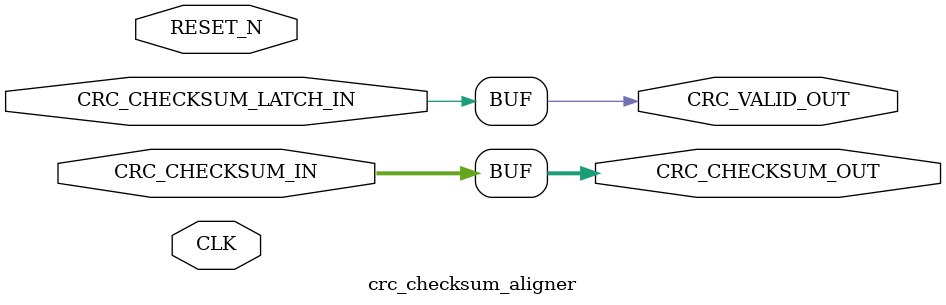
<source format=v>



module	crc_checksum_aligner (
	CLK,
	RESET_N,

	CRC_CHECKSUM_LATCH_IN,
	CRC_CHECKSUM_IN,

	CRC_VALID_OUT,
	CRC_CHECKSUM_OUT
);

parameter	CRC_WIDTH = 32;
parameter	LATENCY = 0;

input					CLK;
input					RESET_N;

input					CRC_CHECKSUM_LATCH_IN;
input	[CRC_WIDTH-1:0]	CRC_CHECKSUM_IN;

output					CRC_VALID_OUT;
output	[CRC_WIDTH-1:0]	CRC_CHECKSUM_OUT;

generate
	if (LATENCY == 0) begin
		assign CRC_VALID_OUT = CRC_CHECKSUM_LATCH_IN;
		assign CRC_CHECKSUM_OUT = CRC_CHECKSUM_IN;

	end
	else begin
		reg						crc_valid_delay	[0:LATENCY-1];
		reg		[CRC_WIDTH-1:0]	crc_checksum_delay [0:LATENCY-1];

		integer i;
	always @(posedge CLK or negedge RESET_N)
		if (!RESET_N) begin
			for (i=0; i<LATENCY; i=i+1) begin
				crc_valid_delay[i] <= 1'b0;
				crc_checksum_delay[i] <= {CRC_WIDTH{1'b0}};
			end
		end
		else begin
			crc_valid_delay[0] <= CRC_CHECKSUM_LATCH_IN;
			crc_checksum_delay[0] <= CRC_CHECKSUM_IN;

			for (i=0; i<LATENCY-1; i=i+1) begin
				crc_valid_delay[i+1] <= crc_valid_delay[i];
				crc_checksum_delay[i+1] <= crc_checksum_delay[i];
			end
		end

		assign CRC_VALID_OUT = crc_valid_delay[LATENCY-1];
	assign CRC_CHECKSUM_OUT = crc_checksum_delay[LATENCY-1];
	end
endgenerate

endmodule
</source>
